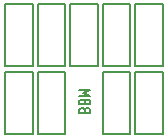
<source format=gbr>
%FSLAX34Y34*%
%MOMM*%
%LNSILK_BOTTOM*%
G71*
G01*
%ADD10C, 0.200*%
%ADD11C, 0.175*%
%LPD*%
G54D10*
X34669Y-179081D02*
X34669Y-230919D01*
X11131Y-230919D01*
X11131Y-179081D01*
X34669Y-179081D01*
G54D10*
X62169Y-179081D02*
X62169Y-230919D01*
X38631Y-230919D01*
X38631Y-179081D01*
X62169Y-179081D01*
G54D10*
X89669Y-179081D02*
X89669Y-230919D01*
X66131Y-230919D01*
X66131Y-179081D01*
X89669Y-179081D01*
G54D10*
X117169Y-179081D02*
X117169Y-230919D01*
X93631Y-230919D01*
X93631Y-179081D01*
X117169Y-179081D01*
G54D10*
X144669Y-179081D02*
X144669Y-230919D01*
X121131Y-230919D01*
X121131Y-179081D01*
X144669Y-179081D01*
G54D10*
X34669Y-236581D02*
X34669Y-288419D01*
X11131Y-288419D01*
X11131Y-236581D01*
X34669Y-236581D01*
G54D10*
X62169Y-236581D02*
X62169Y-288419D01*
X38631Y-288419D01*
X38631Y-236581D01*
X62169Y-236581D01*
G54D10*
X117169Y-236581D02*
X117169Y-288419D01*
X93631Y-288419D01*
X93631Y-236581D01*
X117169Y-236581D01*
G54D10*
X144669Y-236581D02*
X144669Y-288419D01*
X121131Y-288419D01*
X121131Y-236581D01*
X144669Y-236581D01*
G54D11*
X73541Y-271056D02*
X83319Y-271056D01*
X83319Y-268612D01*
X82708Y-267634D01*
X81485Y-267145D01*
X80263Y-267145D01*
X79041Y-267634D01*
X78430Y-268612D01*
X77819Y-267634D01*
X76597Y-267145D01*
X75374Y-267145D01*
X74152Y-267634D01*
X73541Y-268612D01*
X73541Y-271056D01*
G54D11*
X78430Y-271056D02*
X78430Y-268612D01*
G54D11*
X73541Y-263723D02*
X83319Y-263723D01*
X83319Y-261279D01*
X82708Y-260301D01*
X81485Y-259812D01*
X80263Y-259812D01*
X79041Y-260301D01*
X78430Y-261279D01*
X77819Y-260301D01*
X76597Y-259812D01*
X75374Y-259812D01*
X74152Y-260301D01*
X73541Y-261279D01*
X73541Y-263723D01*
G54D11*
X78430Y-263723D02*
X78430Y-261279D01*
G54D11*
X73541Y-256390D02*
X83319Y-256390D01*
X77208Y-253946D01*
X83319Y-251501D01*
X73541Y-251501D01*
M02*

</source>
